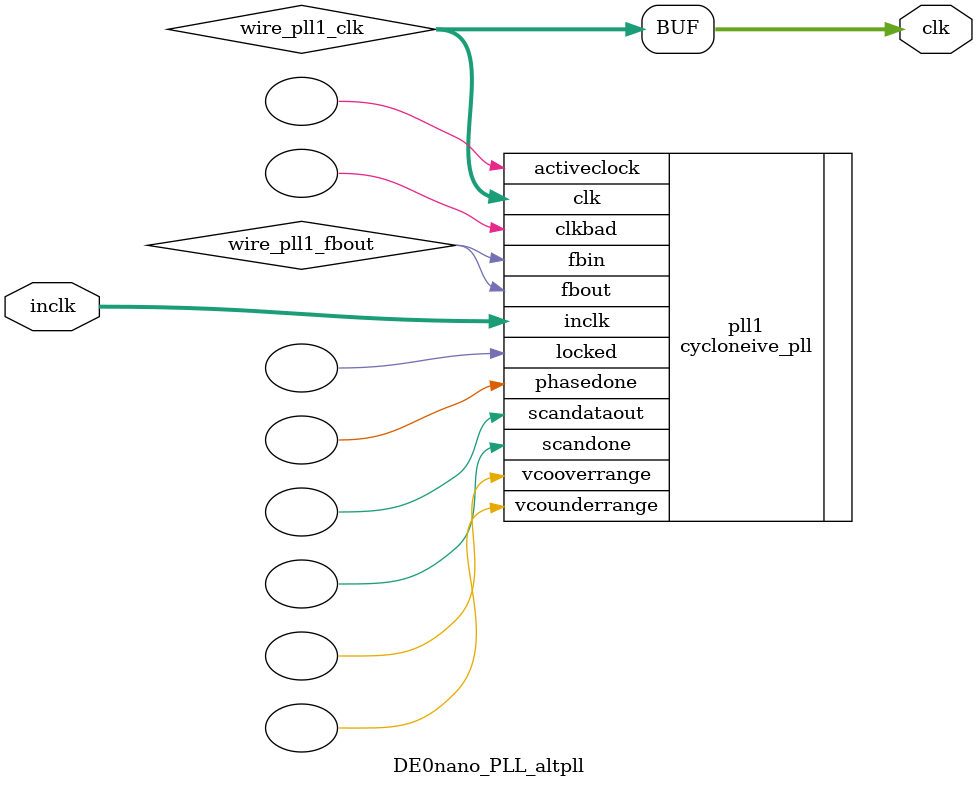
<source format=v>






//synthesis_resources = cycloneive_pll 1 
//synopsys translate_off
`timescale 1 ps / 1 ps
//synopsys translate_on
module  DE0nano_PLL_altpll
	( 
	clk,
	inclk) /* synthesis synthesis_clearbox=1 */;
	output   [4:0]  clk;
	input   [1:0]  inclk;
`ifndef ALTERA_RESERVED_QIS
// synopsys translate_off
`endif
	tri0   [1:0]  inclk;
`ifndef ALTERA_RESERVED_QIS
// synopsys translate_on
`endif

	wire  [4:0]   wire_pll1_clk;
	wire  wire_pll1_fbout;

	cycloneive_pll   pll1
	( 
	.activeclock(),
	.clk(wire_pll1_clk),
	.clkbad(),
	.fbin(wire_pll1_fbout),
	.fbout(wire_pll1_fbout),
	.inclk(inclk),
	.locked(),
	.phasedone(),
	.scandataout(),
	.scandone(),
	.vcooverrange(),
	.vcounderrange()
	`ifndef FORMAL_VERIFICATION
	// synopsys translate_off
	`endif
	,
	.areset(1'b0),
	.clkswitch(1'b0),
	.configupdate(1'b0),
	.pfdena(1'b1),
	.phasecounterselect({3{1'b0}}),
	.phasestep(1'b0),
	.phaseupdown(1'b0),
	.scanclk(1'b0),
	.scanclkena(1'b1),
	.scandata(1'b0)
	`ifndef FORMAL_VERIFICATION
	// synopsys translate_on
	`endif
	);
	defparam
		pll1.bandwidth_type = "auto",
		pll1.clk0_divide_by = 50,
		pll1.clk0_duty_cycle = 50,
		pll1.clk0_multiply_by = 1,
		pll1.clk0_phase_shift = "0",
		pll1.compensate_clock = "clk0",
		pll1.inclk0_input_frequency = 20000,
		pll1.operation_mode = "normal",
		pll1.pll_type = "auto",
		pll1.lpm_type = "cycloneive_pll";
	assign
		clk = {wire_pll1_clk[4:0]};
endmodule //DE0nano_PLL_altpll
//VALID FILE

</source>
